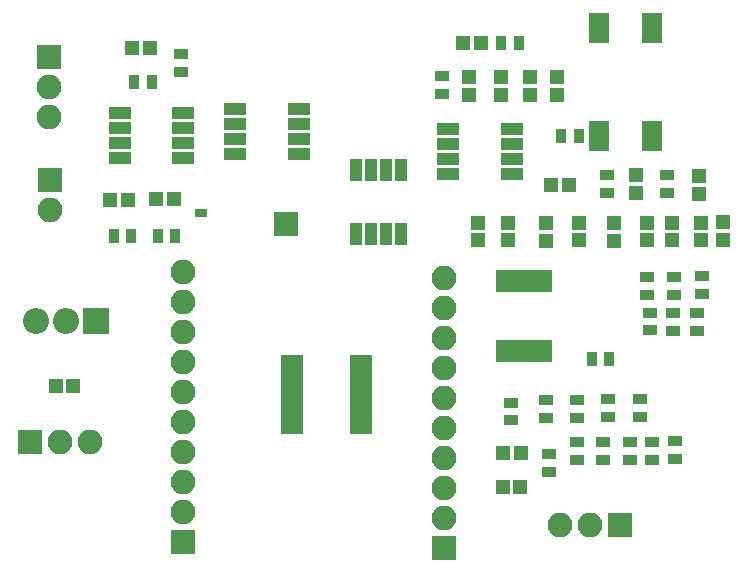
<source format=gts>
G04 #@! TF.FileFunction,Soldermask,Top*
%FSLAX46Y46*%
G04 Gerber Fmt 4.6, Leading zero omitted, Abs format (unit mm)*
G04 Created by KiCad (PCBNEW 4.0.4-stable) date 11/20/17 17:19:46*
%MOMM*%
%LPD*%
G01*
G04 APERTURE LIST*
%ADD10C,0.100000*%
%ADD11R,1.150000X1.200000*%
%ADD12R,1.200000X1.150000*%
%ADD13R,0.680000X0.700000*%
%ADD14R,2.100000X2.100000*%
%ADD15O,2.100000X2.100000*%
%ADD16R,0.850000X1.850000*%
%ADD17R,0.900000X1.300000*%
%ADD18R,1.300000X0.900000*%
%ADD19R,1.800000X2.500000*%
%ADD20R,2.200000X2.200000*%
%ADD21O,2.200000X2.200000*%
%ADD22R,1.850000X0.850000*%
%ADD23R,1.950000X1.000000*%
%ADD24R,1.000000X1.950000*%
G04 APERTURE END LIST*
D10*
D11*
X164274500Y-112510000D03*
X164274500Y-111010000D03*
X157226000Y-98627500D03*
X157226000Y-100127500D03*
D12*
X154875800Y-133311900D03*
X156375800Y-133311900D03*
X118529800Y-124752100D03*
X117029800Y-124752100D03*
D11*
X159448500Y-98627500D03*
X159448500Y-100127500D03*
X166166800Y-108458700D03*
X166166800Y-106958700D03*
X169227500Y-112446500D03*
X169227500Y-110946500D03*
D12*
X123506800Y-96202500D03*
X125006800Y-96202500D03*
D11*
X167068500Y-112446500D03*
X167068500Y-110946500D03*
D12*
X154926600Y-130492500D03*
X156426600Y-130492500D03*
X160465200Y-107759500D03*
X158965200Y-107759500D03*
D11*
X154781250Y-98659250D03*
X154781250Y-100159250D03*
X161353500Y-112446500D03*
X161353500Y-110946500D03*
X152781000Y-112446500D03*
X152781000Y-110946500D03*
D12*
X153023000Y-95758000D03*
X151523000Y-95758000D03*
D11*
X152019000Y-100127500D03*
X152019000Y-98627500D03*
D12*
X123152600Y-109029500D03*
X121652600Y-109029500D03*
D11*
X158559500Y-112510000D03*
X158559500Y-111010000D03*
X173545500Y-112383000D03*
X173545500Y-110883000D03*
X171475400Y-108509500D03*
X171475400Y-107009500D03*
X155321000Y-112446500D03*
X155321000Y-110946500D03*
X171640500Y-112446500D03*
X171640500Y-110946500D03*
D12*
X125564200Y-108927900D03*
X127064200Y-108927900D03*
D13*
X129159000Y-110096300D03*
X129549000Y-110096300D03*
D14*
X116468359Y-96889499D03*
D15*
X116468359Y-99429499D03*
X116468359Y-101969499D03*
D14*
X114884200Y-129552700D03*
D15*
X117424200Y-129552700D03*
X119964200Y-129552700D03*
D14*
X149936200Y-138493500D03*
D15*
X149936200Y-135953500D03*
X149936200Y-133413500D03*
X149936200Y-130873500D03*
X149936200Y-128333500D03*
X149936200Y-125793500D03*
X149936200Y-123253500D03*
X149936200Y-120713500D03*
X149936200Y-118173500D03*
X149936200Y-115633500D03*
D14*
X164846000Y-136588500D03*
D15*
X162306000Y-136588500D03*
X159766000Y-136588500D03*
D14*
X116532859Y-107381999D03*
D15*
X116532859Y-109921999D03*
D14*
X127838200Y-138010900D03*
D15*
X127838200Y-135470900D03*
X127838200Y-132930900D03*
X127838200Y-130390900D03*
X127838200Y-127850900D03*
X127838200Y-125310900D03*
X127838200Y-122770900D03*
X127838200Y-120230900D03*
X127838200Y-117690900D03*
X127838200Y-115150900D03*
D14*
X136575800Y-111061500D03*
D16*
X158668000Y-115934700D03*
X158018000Y-115934700D03*
X157368000Y-115934700D03*
X156718000Y-115934700D03*
X156068000Y-115934700D03*
X155418000Y-115934700D03*
X154768000Y-115934700D03*
X154768000Y-121834700D03*
X155418000Y-121834700D03*
X156068000Y-121834700D03*
X156718000Y-121834700D03*
X157368000Y-121834700D03*
X158018000Y-121834700D03*
X158668000Y-121834700D03*
D17*
X159854200Y-103619300D03*
X161354200Y-103619300D03*
D18*
X158521400Y-127508700D03*
X158521400Y-126008700D03*
D17*
X121957400Y-112077500D03*
X123457400Y-112077500D03*
X125665800Y-112077500D03*
X127165800Y-112077500D03*
D18*
X169494200Y-129463100D03*
X169494200Y-130963100D03*
X165684200Y-131013900D03*
X165684200Y-129513900D03*
D17*
X125159200Y-99021900D03*
X123659200Y-99021900D03*
D18*
X127635000Y-98197100D03*
X127635000Y-96697100D03*
X161163000Y-125957900D03*
X161163000Y-127457900D03*
X163804600Y-125907100D03*
X163804600Y-127407100D03*
X166547800Y-127407100D03*
X166547800Y-125907100D03*
X169291000Y-120142700D03*
X169291000Y-118642700D03*
X169392600Y-117094700D03*
X169392600Y-115594700D03*
X163753800Y-108458700D03*
X163753800Y-106958700D03*
X167335200Y-120066500D03*
X167335200Y-118566500D03*
X167081200Y-117094700D03*
X167081200Y-115594700D03*
X149733000Y-100076700D03*
X149733000Y-98576700D03*
D17*
X154761500Y-95758000D03*
X156261500Y-95758000D03*
X163919600Y-122466100D03*
X162419600Y-122466100D03*
D18*
X167563800Y-129513900D03*
X167563800Y-131013900D03*
X163398200Y-131064700D03*
X163398200Y-129564700D03*
X168757600Y-108458700D03*
X168757600Y-106958700D03*
X171323000Y-120142700D03*
X171323000Y-118642700D03*
X171729400Y-116993100D03*
X171729400Y-115493100D03*
X161163000Y-131013900D03*
X161163000Y-129513900D03*
X158775400Y-130580700D03*
X158775400Y-132080700D03*
X155575000Y-126186500D03*
X155575000Y-127686500D03*
D19*
X167513000Y-94488000D03*
X167513000Y-103588000D03*
X163013000Y-94488000D03*
X163013000Y-103588000D03*
D20*
X120472200Y-119265700D03*
D21*
X117932200Y-119265700D03*
X115392200Y-119265700D03*
D22*
X142929400Y-128439100D03*
X142929400Y-127789100D03*
X142929400Y-127139100D03*
X142929400Y-126489100D03*
X142929400Y-125839100D03*
X142929400Y-125189100D03*
X142929400Y-124539100D03*
X142929400Y-123889100D03*
X142929400Y-123239100D03*
X142929400Y-122589100D03*
X137029400Y-122589100D03*
X137029400Y-123239100D03*
X137029400Y-123889100D03*
X137029400Y-124539100D03*
X137029400Y-125189100D03*
X137029400Y-125839100D03*
X137029400Y-126489100D03*
X137029400Y-127139100D03*
X137029400Y-127789100D03*
X137029400Y-128439100D03*
D23*
X127845800Y-105473500D03*
X127845800Y-104203500D03*
X127845800Y-102933500D03*
X127845800Y-101663500D03*
X122445800Y-101663500D03*
X122445800Y-102933500D03*
X122445800Y-104203500D03*
X122445800Y-105473500D03*
X155658800Y-106794300D03*
X155658800Y-105524300D03*
X155658800Y-104254300D03*
X155658800Y-102984300D03*
X150258800Y-102984300D03*
X150258800Y-104254300D03*
X150258800Y-105524300D03*
X150258800Y-106794300D03*
X137624800Y-105168700D03*
X137624800Y-103898700D03*
X137624800Y-102628700D03*
X137624800Y-101358700D03*
X132224800Y-101358700D03*
X132224800Y-102628700D03*
X132224800Y-103898700D03*
X132224800Y-105168700D03*
D24*
X146304000Y-106481900D03*
X145034000Y-106481900D03*
X143764000Y-106481900D03*
X142494000Y-106481900D03*
X142494000Y-111881900D03*
X143764000Y-111881900D03*
X145034000Y-111881900D03*
X146304000Y-111881900D03*
M02*

</source>
